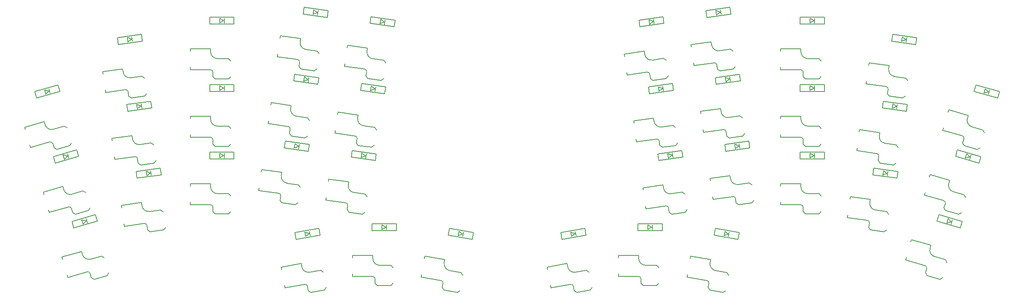
<source format=gbr>
G04 #@! TF.GenerationSoftware,KiCad,Pcbnew,(5.1.9)-1*
G04 #@! TF.CreationDate,2021-03-06T17:20:58-05:00*
G04 #@! TF.ProjectId,ya36,79613336-2e6b-4696-9361-645f70636258,rev?*
G04 #@! TF.SameCoordinates,Original*
G04 #@! TF.FileFunction,Legend,Bot*
G04 #@! TF.FilePolarity,Positive*
%FSLAX46Y46*%
G04 Gerber Fmt 4.6, Leading zero omitted, Abs format (unit mm)*
G04 Created by KiCad (PCBNEW (5.1.9)-1) date 2021-03-06 17:20:58*
%MOMM*%
%LPD*%
G01*
G04 APERTURE LIST*
%ADD10C,0.150000*%
G04 APERTURE END LIST*
D10*
X80000000Y-92000000D02*
X80000000Y-92500000D01*
X84500000Y-92000000D02*
X80000000Y-92000000D01*
X84500000Y-92700000D02*
X84500000Y-92000000D01*
X88500000Y-98700000D02*
X85500000Y-98700000D01*
X89000000Y-98200000D02*
X88500000Y-98700000D01*
X89000000Y-94700000D02*
X88500000Y-94200000D01*
X80000000Y-96700000D02*
X84500000Y-96700000D01*
X85000000Y-97200000D02*
X85000000Y-98200000D01*
X85500000Y-98700000D02*
X85000000Y-98200000D01*
X88500000Y-94200000D02*
X86000000Y-94200000D01*
X80000000Y-96100000D02*
X80000000Y-96700000D01*
X86000000Y-94200000D02*
G75*
G02*
X84500000Y-92700000I0J1500000D01*
G01*
X84500000Y-96700000D02*
G75*
G02*
X85000000Y-97200000I0J-500000D01*
G01*
X64690768Y-96813635D02*
X64760355Y-97308769D01*
X69146974Y-96187356D02*
X64690768Y-96813635D01*
X69244396Y-96880544D02*
X69146974Y-96187356D01*
X74040507Y-102265460D02*
X71069702Y-102682979D01*
X74466054Y-101700739D02*
X74040507Y-102265460D01*
X73978948Y-98234801D02*
X73414228Y-97809253D01*
X65344882Y-101467895D02*
X69801088Y-100841616D01*
X70365809Y-101267163D02*
X70504982Y-102257431D01*
X71069702Y-102682979D02*
X70504982Y-102257431D01*
X73414228Y-97809253D02*
X70938557Y-98157186D01*
X65261378Y-100873734D02*
X65344882Y-101467895D01*
X70938558Y-98157186D02*
G75*
G02*
X69244396Y-96880544I-208760J1485402D01*
G01*
X69801088Y-100841616D02*
G75*
G02*
X70365809Y-101267163I69587J-495134D01*
G01*
X257367949Y-71172268D02*
X257092311Y-72133530D01*
X257134004Y-71625335D02*
X256406687Y-70896630D01*
X256131049Y-71857892D02*
X257134004Y-71625335D01*
X256406687Y-70896630D02*
X256131049Y-71857892D01*
X254360820Y-70049913D02*
X253947364Y-71491805D01*
X259551634Y-71538355D02*
X259138178Y-72980247D01*
X254360820Y-70049913D02*
X259551634Y-71538355D01*
X259138178Y-72980247D02*
X253947364Y-71491805D01*
X56862433Y-99734481D02*
X57138071Y-100695743D01*
X56904126Y-100242676D02*
X55901171Y-100010119D01*
X56176809Y-100971381D02*
X56904126Y-100242676D01*
X55901171Y-100010119D02*
X56176809Y-100971381D01*
X53717486Y-100376206D02*
X54130942Y-101818098D01*
X58908300Y-98887764D02*
X59321756Y-100329656D01*
X53717486Y-100376206D02*
X58908300Y-98887764D01*
X59321756Y-100329656D02*
X54130942Y-101818098D01*
X95830173Y-88865211D02*
X95760586Y-89360345D01*
X100286379Y-89491490D02*
X95830173Y-88865211D01*
X100188958Y-90184678D02*
X100286379Y-89491490D01*
X103314992Y-96682979D02*
X100344187Y-96265460D01*
X103879712Y-96257431D02*
X103314992Y-96682979D01*
X104366818Y-92791493D02*
X103941271Y-92226773D01*
X95176059Y-93519471D02*
X99632266Y-94145750D01*
X100057813Y-94710471D02*
X99918640Y-95700739D01*
X100344187Y-96265460D02*
X99918640Y-95700739D01*
X103941271Y-92226773D02*
X101465600Y-91878840D01*
X95259563Y-92925310D02*
X95176059Y-93519471D01*
X101465600Y-91878840D02*
G75*
G02*
X100188958Y-90184678I208760J1485402D01*
G01*
X99632266Y-94145750D02*
G75*
G02*
X100057813Y-94710471I-69587J-495134D01*
G01*
X199706069Y-68231506D02*
X199845243Y-69221774D01*
X199676629Y-68740558D02*
X198715801Y-68370680D01*
X198854975Y-69360948D02*
X199676629Y-68740558D01*
X198715801Y-68370680D02*
X198854975Y-69360948D01*
X196502418Y-68429293D02*
X196711178Y-69914695D01*
X201849866Y-67677759D02*
X202058626Y-69163161D01*
X196502418Y-68429293D02*
X201849866Y-67677759D01*
X202058626Y-69163161D02*
X196711178Y-69914695D01*
X48593312Y-70896630D02*
X48868950Y-71857892D01*
X48635005Y-71404825D02*
X47632050Y-71172268D01*
X47907688Y-72133530D02*
X48635005Y-71404825D01*
X47632050Y-71172268D02*
X47907688Y-72133530D01*
X45448365Y-71538355D02*
X45861821Y-72980247D01*
X50639179Y-70049913D02*
X51052635Y-71491805D01*
X45448365Y-71538355D02*
X50639179Y-70049913D01*
X51052635Y-71491805D02*
X45861821Y-72980247D01*
X67003166Y-59377484D02*
X67142340Y-60367752D01*
X66973726Y-59886536D02*
X66012898Y-59516658D01*
X66152072Y-60506926D02*
X66973726Y-59886536D01*
X66012898Y-59516658D02*
X66152072Y-60506926D01*
X63799515Y-59575271D02*
X64008275Y-61060673D01*
X69146963Y-58823737D02*
X69355723Y-60309139D01*
X63799515Y-59575271D02*
X69146963Y-58823737D01*
X69355723Y-60309139D02*
X64008275Y-61060673D01*
X87500000Y-55250000D02*
X87500000Y-56250000D01*
X87400000Y-55750000D02*
X86500000Y-55250000D01*
X86500000Y-56250000D02*
X87400000Y-55750000D01*
X86500000Y-55250000D02*
X86500000Y-56250000D01*
X84300000Y-55000000D02*
X84300000Y-56500000D01*
X89700000Y-55000000D02*
X89700000Y-56500000D01*
X84300000Y-55000000D02*
X89700000Y-55000000D01*
X89700000Y-56500000D02*
X84300000Y-56500000D01*
X108371795Y-53516658D02*
X108232621Y-54506926D01*
X108203181Y-53997874D02*
X107381527Y-53377484D01*
X107242353Y-54367752D02*
X108203181Y-53997874D01*
X107381527Y-53377484D02*
X107242353Y-54367752D01*
X105237730Y-52823737D02*
X105028970Y-54309139D01*
X110585178Y-53575271D02*
X110376418Y-55060673D01*
X105237730Y-52823737D02*
X110585178Y-53575271D01*
X110376418Y-55060673D02*
X105028970Y-54309139D01*
X123225816Y-55604255D02*
X123086642Y-56594523D01*
X123057202Y-56085471D02*
X122235548Y-55465081D01*
X122096374Y-56455349D02*
X123057202Y-56085471D01*
X122235548Y-55465081D02*
X122096374Y-56455349D01*
X120091751Y-54911334D02*
X119882991Y-56396736D01*
X125439199Y-55662868D02*
X125230439Y-57148270D01*
X120091751Y-54911334D02*
X125439199Y-55662868D01*
X125230439Y-57148270D02*
X119882991Y-56396736D01*
X52727873Y-85315555D02*
X53003511Y-86276817D01*
X52769566Y-85823750D02*
X51766611Y-85591193D01*
X52042249Y-86552455D02*
X52769566Y-85823750D01*
X51766611Y-85591193D02*
X52042249Y-86552455D01*
X49582926Y-85957280D02*
X49996382Y-87399172D01*
X54773740Y-84468838D02*
X55187196Y-85910730D01*
X49582926Y-85957280D02*
X54773740Y-84468838D01*
X55187196Y-85910730D02*
X49996382Y-87399172D01*
X69090762Y-74231504D02*
X69229936Y-75221772D01*
X69061322Y-74740556D02*
X68100494Y-74370678D01*
X68239668Y-75360946D02*
X69061322Y-74740556D01*
X68100494Y-74370678D02*
X68239668Y-75360946D01*
X65887111Y-74429291D02*
X66095871Y-75914693D01*
X71234559Y-73677757D02*
X71443319Y-75163159D01*
X65887111Y-74429291D02*
X71234559Y-73677757D01*
X71443319Y-75163159D02*
X66095871Y-75914693D01*
X87500000Y-70250000D02*
X87500000Y-71250000D01*
X87400000Y-70750000D02*
X86500000Y-70250000D01*
X86500000Y-71250000D02*
X87400000Y-70750000D01*
X86500000Y-70250000D02*
X86500000Y-71250000D01*
X84300000Y-70000000D02*
X84300000Y-71500000D01*
X89700000Y-70000000D02*
X89700000Y-71500000D01*
X84300000Y-70000000D02*
X89700000Y-70000000D01*
X89700000Y-71500000D02*
X84300000Y-71500000D01*
X106284199Y-68370680D02*
X106145025Y-69360948D01*
X106115585Y-68851896D02*
X105293931Y-68231506D01*
X105154757Y-69221774D02*
X106115585Y-68851896D01*
X105293931Y-68231506D02*
X105154757Y-69221774D01*
X103150134Y-67677759D02*
X102941374Y-69163161D01*
X108497582Y-68429293D02*
X108288822Y-69914695D01*
X103150134Y-67677759D02*
X108497582Y-68429293D01*
X108288822Y-69914695D02*
X102941374Y-69163161D01*
X121138220Y-70458275D02*
X120999046Y-71448543D01*
X120969606Y-70939491D02*
X120147952Y-70319101D01*
X120008778Y-71309369D02*
X120969606Y-70939491D01*
X120147952Y-70319101D02*
X120008778Y-71309369D01*
X118004155Y-69765354D02*
X117795395Y-71250756D01*
X123351603Y-70516888D02*
X123142843Y-72002290D01*
X118004155Y-69765354D02*
X123351603Y-70516888D01*
X123142843Y-72002290D02*
X117795395Y-71250756D01*
X71178359Y-89085526D02*
X71317533Y-90075794D01*
X71148919Y-89594578D02*
X70188091Y-89224700D01*
X70327265Y-90214968D02*
X71148919Y-89594578D01*
X70188091Y-89224700D02*
X70327265Y-90214968D01*
X67974708Y-89283313D02*
X68183468Y-90768715D01*
X73322156Y-88531779D02*
X73530916Y-90017181D01*
X67974708Y-89283313D02*
X73322156Y-88531779D01*
X73530916Y-90017181D02*
X68183468Y-90768715D01*
X87500000Y-85250000D02*
X87500000Y-86250000D01*
X87400000Y-85750000D02*
X86500000Y-85250000D01*
X86500000Y-86250000D02*
X87400000Y-85750000D01*
X86500000Y-85250000D02*
X86500000Y-86250000D01*
X84300000Y-85000000D02*
X84300000Y-86500000D01*
X89700000Y-85000000D02*
X89700000Y-86500000D01*
X84300000Y-85000000D02*
X89700000Y-85000000D01*
X89700000Y-86500000D02*
X84300000Y-86500000D01*
X104196602Y-83224700D02*
X104057428Y-84214968D01*
X104027988Y-83705916D02*
X103206334Y-83085526D01*
X103067160Y-84075794D02*
X104027988Y-83705916D01*
X103206334Y-83085526D02*
X103067160Y-84075794D01*
X101062537Y-82531779D02*
X100853777Y-84017181D01*
X106409985Y-83283313D02*
X106201225Y-84768715D01*
X101062537Y-82531779D02*
X106409985Y-83283313D01*
X106201225Y-84768715D02*
X100853777Y-84017181D01*
X119050623Y-85312296D02*
X118911449Y-86302564D01*
X118882009Y-85793512D02*
X118060355Y-85173122D01*
X117921181Y-86163390D02*
X118882009Y-85793512D01*
X118060355Y-85173122D02*
X117921181Y-86163390D01*
X115916558Y-84619375D02*
X115707798Y-86104777D01*
X121264006Y-85370909D02*
X121055246Y-86856311D01*
X115916558Y-84619375D02*
X121264006Y-85370909D01*
X121055246Y-86856311D02*
X115707798Y-86104777D01*
X106392332Y-102571664D02*
X106565980Y-103556472D01*
X106380675Y-103081433D02*
X105407524Y-102745312D01*
X105581172Y-103730120D02*
X106380675Y-103081433D01*
X105407524Y-102745312D02*
X105581172Y-103730120D01*
X103197535Y-102881136D02*
X103458007Y-104358348D01*
X108515497Y-101943436D02*
X108775969Y-103420648D01*
X103197535Y-102881136D02*
X108515497Y-101943436D01*
X108775969Y-103420648D02*
X103458007Y-104358348D01*
X123500000Y-101162426D02*
X123500000Y-102162426D01*
X123400000Y-101662426D02*
X122500000Y-101162426D01*
X122500000Y-102162426D02*
X123400000Y-101662426D01*
X122500000Y-101162426D02*
X122500000Y-102162426D01*
X120300000Y-100912426D02*
X120300000Y-102412426D01*
X125700000Y-100912426D02*
X125700000Y-102412426D01*
X120300000Y-100912426D02*
X125700000Y-100912426D01*
X125700000Y-102412426D02*
X120300000Y-102412426D01*
X140592476Y-102745312D02*
X140418828Y-103730120D01*
X140407171Y-103220351D02*
X139607668Y-102571664D01*
X139434020Y-103556472D02*
X140407171Y-103220351D01*
X139607668Y-102571664D02*
X139434020Y-103556472D01*
X137484503Y-101943436D02*
X137224031Y-103420648D01*
X142802465Y-102881136D02*
X142541993Y-104358348D01*
X137484503Y-101943436D02*
X142802465Y-102881136D01*
X142541993Y-104358348D02*
X137224031Y-103420648D01*
X238987101Y-59516658D02*
X238847927Y-60506926D01*
X238818487Y-59997874D02*
X237996833Y-59377484D01*
X237857659Y-60367752D02*
X238818487Y-59997874D01*
X237996833Y-59377484D02*
X237857659Y-60367752D01*
X235853036Y-58823737D02*
X235644276Y-60309139D01*
X241200484Y-59575271D02*
X240991724Y-61060673D01*
X235853036Y-58823737D02*
X241200484Y-59575271D01*
X240991724Y-61060673D02*
X235644276Y-60309139D01*
X218500000Y-55250000D02*
X218500000Y-56250000D01*
X218400000Y-55750000D02*
X217500000Y-55250000D01*
X217500000Y-56250000D02*
X218400000Y-55750000D01*
X217500000Y-55250000D02*
X217500000Y-56250000D01*
X215300000Y-55000000D02*
X215300000Y-56500000D01*
X220700000Y-55000000D02*
X220700000Y-56500000D01*
X215300000Y-55000000D02*
X220700000Y-55000000D01*
X220700000Y-56500000D02*
X215300000Y-56500000D01*
X197618473Y-53377484D02*
X197757647Y-54367752D01*
X197589033Y-53886536D02*
X196628205Y-53516658D01*
X196767379Y-54506926D02*
X197589033Y-53886536D01*
X196628205Y-53516658D02*
X196767379Y-54506926D01*
X194414822Y-53575271D02*
X194623582Y-55060673D01*
X199762270Y-52823737D02*
X199971030Y-54309139D01*
X194414822Y-53575271D02*
X199762270Y-52823737D01*
X199971030Y-54309139D02*
X194623582Y-55060673D01*
X182764452Y-55465081D02*
X182903626Y-56455349D01*
X182735012Y-55974133D02*
X181774184Y-55604255D01*
X181913358Y-56594523D02*
X182735012Y-55974133D01*
X181774184Y-55604255D02*
X181913358Y-56594523D01*
X179560801Y-55662868D02*
X179769561Y-57148270D01*
X184908249Y-54911334D02*
X185117009Y-56396736D01*
X179560801Y-55662868D02*
X184908249Y-54911334D01*
X185117009Y-56396736D02*
X179769561Y-57148270D01*
X253233388Y-85591193D02*
X252957750Y-86552455D01*
X252999443Y-86044260D02*
X252272126Y-85315555D01*
X251996488Y-86276817D02*
X252999443Y-86044260D01*
X252272126Y-85315555D02*
X251996488Y-86276817D01*
X250226259Y-84468838D02*
X249812803Y-85910730D01*
X255417073Y-85957280D02*
X255003617Y-87399172D01*
X250226259Y-84468838D02*
X255417073Y-85957280D01*
X255003617Y-87399172D02*
X249812803Y-85910730D01*
X236899505Y-74370678D02*
X236760331Y-75360946D01*
X236730891Y-74851894D02*
X235909237Y-74231504D01*
X235770063Y-75221772D02*
X236730891Y-74851894D01*
X235909237Y-74231504D02*
X235770063Y-75221772D01*
X233765440Y-73677757D02*
X233556680Y-75163159D01*
X239112888Y-74429291D02*
X238904128Y-75914693D01*
X233765440Y-73677757D02*
X239112888Y-74429291D01*
X238904128Y-75914693D02*
X233556680Y-75163159D01*
X218500000Y-70250000D02*
X218500000Y-71250000D01*
X218400000Y-70750000D02*
X217500000Y-70250000D01*
X217500000Y-71250000D02*
X218400000Y-70750000D01*
X217500000Y-70250000D02*
X217500000Y-71250000D01*
X215300000Y-70000000D02*
X215300000Y-71500000D01*
X220700000Y-70000000D02*
X220700000Y-71500000D01*
X215300000Y-70000000D02*
X220700000Y-70000000D01*
X220700000Y-71500000D02*
X215300000Y-71500000D01*
X184852048Y-70319101D02*
X184991222Y-71309369D01*
X184822608Y-70828153D02*
X183861780Y-70458275D01*
X184000954Y-71448543D02*
X184822608Y-70828153D01*
X183861780Y-70458275D02*
X184000954Y-71448543D01*
X181648397Y-70516888D02*
X181857157Y-72002290D01*
X186995845Y-69765354D02*
X187204605Y-71250756D01*
X181648397Y-70516888D02*
X186995845Y-69765354D01*
X187204605Y-71250756D02*
X181857157Y-72002290D01*
X249098828Y-100010119D02*
X248823190Y-100971381D01*
X248864883Y-100463186D02*
X248137566Y-99734481D01*
X247861928Y-100695743D02*
X248864883Y-100463186D01*
X248137566Y-99734481D02*
X247861928Y-100695743D01*
X246091699Y-98887764D02*
X245678243Y-100329656D01*
X251282513Y-100376206D02*
X250869057Y-101818098D01*
X246091699Y-98887764D02*
X251282513Y-100376206D01*
X250869057Y-101818098D02*
X245678243Y-100329656D01*
X234811908Y-89224700D02*
X234672734Y-90214968D01*
X234643294Y-89705916D02*
X233821640Y-89085526D01*
X233682466Y-90075794D02*
X234643294Y-89705916D01*
X233821640Y-89085526D02*
X233682466Y-90075794D01*
X231677843Y-88531779D02*
X231469083Y-90017181D01*
X237025291Y-89283313D02*
X236816531Y-90768715D01*
X231677843Y-88531779D02*
X237025291Y-89283313D01*
X236816531Y-90768715D02*
X231469083Y-90017181D01*
X218500000Y-85250000D02*
X218500000Y-86250000D01*
X218400000Y-85750000D02*
X217500000Y-85250000D01*
X217500000Y-86250000D02*
X218400000Y-85750000D01*
X217500000Y-85250000D02*
X217500000Y-86250000D01*
X215300000Y-85000000D02*
X215300000Y-86500000D01*
X220700000Y-85000000D02*
X220700000Y-86500000D01*
X215300000Y-85000000D02*
X220700000Y-85000000D01*
X220700000Y-86500000D02*
X215300000Y-86500000D01*
X201793666Y-83085526D02*
X201932840Y-84075794D01*
X201764226Y-83594578D02*
X200803398Y-83224700D01*
X200942572Y-84214968D02*
X201764226Y-83594578D01*
X200803398Y-83224700D02*
X200942572Y-84214968D01*
X198590015Y-83283313D02*
X198798775Y-84768715D01*
X203937463Y-82531779D02*
X204146223Y-84017181D01*
X198590015Y-83283313D02*
X203937463Y-82531779D01*
X204146223Y-84017181D02*
X198798775Y-84768715D01*
X186939645Y-85173122D02*
X187078819Y-86163390D01*
X186910205Y-85682174D02*
X185949377Y-85312296D01*
X186088551Y-86302564D02*
X186910205Y-85682174D01*
X185949377Y-85312296D02*
X186088551Y-86302564D01*
X183735994Y-85370909D02*
X183944754Y-86856311D01*
X189083442Y-84619375D02*
X189292202Y-86104777D01*
X183735994Y-85370909D02*
X189083442Y-84619375D01*
X189292202Y-86104777D02*
X183944754Y-86856311D01*
X199592476Y-102745312D02*
X199418828Y-103730120D01*
X199407171Y-103220351D02*
X198607668Y-102571664D01*
X198434020Y-103556472D02*
X199407171Y-103220351D01*
X198607668Y-102571664D02*
X198434020Y-103556472D01*
X196484503Y-101943436D02*
X196224031Y-103420648D01*
X201802465Y-102881136D02*
X201541993Y-104358348D01*
X196484503Y-101943436D02*
X201802465Y-102881136D01*
X201541993Y-104358348D02*
X196224031Y-103420648D01*
X182500000Y-101162426D02*
X182500000Y-102162426D01*
X182400000Y-101662426D02*
X181500000Y-101162426D01*
X181500000Y-102162426D02*
X182400000Y-101662426D01*
X181500000Y-101162426D02*
X181500000Y-102162426D01*
X179300000Y-100912426D02*
X179300000Y-102412426D01*
X184700000Y-100912426D02*
X184700000Y-102412426D01*
X179300000Y-100912426D02*
X184700000Y-100912426D01*
X184700000Y-102412426D02*
X179300000Y-102412426D01*
X165392332Y-102571664D02*
X165565980Y-103556472D01*
X165380675Y-103081433D02*
X164407524Y-102745312D01*
X164581172Y-103730120D02*
X165380675Y-103081433D01*
X164407524Y-102745312D02*
X164581172Y-103730120D01*
X162197535Y-102881136D02*
X162458007Y-104358348D01*
X167515497Y-101943436D02*
X167775969Y-103420648D01*
X162197535Y-102881136D02*
X167515497Y-101943436D01*
X167775969Y-103420648D02*
X162458007Y-104358348D01*
X43244402Y-79452428D02*
X43382221Y-79933059D01*
X47570080Y-78212060D02*
X43244402Y-79452428D01*
X47763026Y-78884943D02*
X47570080Y-78212060D01*
X53261897Y-83549964D02*
X50378112Y-84376876D01*
X53604709Y-82931514D02*
X53261897Y-83549964D01*
X52639978Y-79567098D02*
X52021529Y-79224286D01*
X44539898Y-83970358D02*
X48865575Y-82729990D01*
X49484025Y-83072802D02*
X49759662Y-84034064D01*
X50378112Y-84376876D02*
X49759662Y-84034064D01*
X52021529Y-79224286D02*
X49618375Y-79913380D01*
X44374515Y-83393601D02*
X44539898Y-83970358D01*
X49618374Y-79913379D02*
G75*
G02*
X47763026Y-78884943I-413456J1441892D01*
G01*
X48865575Y-82729990D02*
G75*
G02*
X49484025Y-83072802I137819J-480631D01*
G01*
X60515575Y-67105593D02*
X60585162Y-67600727D01*
X64971781Y-66479314D02*
X60515575Y-67105593D01*
X65069203Y-67172502D02*
X64971781Y-66479314D01*
X69865314Y-72557418D02*
X66894509Y-72974937D01*
X70290861Y-71992697D02*
X69865314Y-72557418D01*
X69803755Y-68526759D02*
X69239035Y-68101211D01*
X61169689Y-71759853D02*
X65625895Y-71133574D01*
X66190616Y-71559121D02*
X66329789Y-72549389D01*
X66894509Y-72974937D02*
X66329789Y-72549389D01*
X69239035Y-68101211D02*
X66763364Y-68449144D01*
X61086185Y-71165692D02*
X61169689Y-71759853D01*
X66763365Y-68449144D02*
G75*
G02*
X65069203Y-67172502I-208760J1485402D01*
G01*
X65625895Y-71133574D02*
G75*
G02*
X66190616Y-71559121I69587J-495134D01*
G01*
X80000000Y-62000000D02*
X80000000Y-62500000D01*
X84500000Y-62000000D02*
X80000000Y-62000000D01*
X84500000Y-62700000D02*
X84500000Y-62000000D01*
X88500000Y-68700000D02*
X85500000Y-68700000D01*
X89000000Y-68200000D02*
X88500000Y-68700000D01*
X89000000Y-64700000D02*
X88500000Y-64200000D01*
X80000000Y-66700000D02*
X84500000Y-66700000D01*
X85000000Y-67200000D02*
X85000000Y-68200000D01*
X85500000Y-68700000D02*
X85000000Y-68200000D01*
X88500000Y-64200000D02*
X86000000Y-64200000D01*
X80000000Y-66100000D02*
X80000000Y-66700000D01*
X86000000Y-64200000D02*
G75*
G02*
X84500000Y-62700000I0J1500000D01*
G01*
X84500000Y-66700000D02*
G75*
G02*
X85000000Y-67200000I0J-500000D01*
G01*
X100005366Y-59157169D02*
X99935779Y-59652303D01*
X104461572Y-59783448D02*
X100005366Y-59157169D01*
X104364151Y-60476636D02*
X104461572Y-59783448D01*
X107490185Y-66974937D02*
X104519380Y-66557418D01*
X108054905Y-66549389D02*
X107490185Y-66974937D01*
X108542011Y-63083451D02*
X108116464Y-62518731D01*
X99351252Y-63811429D02*
X103807459Y-64437708D01*
X104233006Y-65002429D02*
X104093833Y-65992697D01*
X104519380Y-66557418D02*
X104093833Y-65992697D01*
X108116464Y-62518731D02*
X105640793Y-62170798D01*
X99434756Y-63217268D02*
X99351252Y-63811429D01*
X105640793Y-62170798D02*
G75*
G02*
X104364151Y-60476636I208760J1485402D01*
G01*
X103807459Y-64437708D02*
G75*
G02*
X104233006Y-65002429I-69587J-495134D01*
G01*
X114859387Y-61244766D02*
X114789800Y-61739900D01*
X119315593Y-61871045D02*
X114859387Y-61244766D01*
X119218172Y-62564233D02*
X119315593Y-61871045D01*
X122344206Y-69062534D02*
X119373401Y-68645015D01*
X122908926Y-68636986D02*
X122344206Y-69062534D01*
X123396032Y-65171048D02*
X122970485Y-64606328D01*
X114205273Y-65899026D02*
X118661480Y-66525305D01*
X119087027Y-67090026D02*
X118947854Y-68080294D01*
X119373401Y-68645015D02*
X118947854Y-68080294D01*
X122970485Y-64606328D02*
X120494814Y-64258395D01*
X114288777Y-65304865D02*
X114205273Y-65899026D01*
X120494814Y-64258395D02*
G75*
G02*
X119218172Y-62564233I208760J1485402D01*
G01*
X118661480Y-66525305D02*
G75*
G02*
X119087027Y-67090026I-69587J-495134D01*
G01*
X47378963Y-93871353D02*
X47516782Y-94351984D01*
X51704641Y-92630985D02*
X47378963Y-93871353D01*
X51897587Y-93303868D02*
X51704641Y-92630985D01*
X57396458Y-97968889D02*
X54512673Y-98795801D01*
X57739270Y-97350439D02*
X57396458Y-97968889D01*
X56774539Y-93986023D02*
X56156090Y-93643211D01*
X48674459Y-98389283D02*
X53000136Y-97148915D01*
X53618586Y-97491727D02*
X53894223Y-98452989D01*
X54512673Y-98795801D02*
X53894223Y-98452989D01*
X56156090Y-93643211D02*
X53752936Y-94332305D01*
X48509076Y-97812526D02*
X48674459Y-98389283D01*
X53752935Y-94332304D02*
G75*
G02*
X51897587Y-93303868I-413456J1441892D01*
G01*
X53000136Y-97148915D02*
G75*
G02*
X53618586Y-97491727I137819J-480631D01*
G01*
X62603171Y-81959613D02*
X62672758Y-82454747D01*
X67059377Y-81333334D02*
X62603171Y-81959613D01*
X67156799Y-82026522D02*
X67059377Y-81333334D01*
X71952910Y-87411438D02*
X68982105Y-87828957D01*
X72378457Y-86846717D02*
X71952910Y-87411438D01*
X71891351Y-83380779D02*
X71326631Y-82955231D01*
X63257285Y-86613873D02*
X67713491Y-85987594D01*
X68278212Y-86413141D02*
X68417385Y-87403409D01*
X68982105Y-87828957D02*
X68417385Y-87403409D01*
X71326631Y-82955231D02*
X68850960Y-83303164D01*
X63173781Y-86019712D02*
X63257285Y-86613873D01*
X68850961Y-83303164D02*
G75*
G02*
X67156799Y-82026522I-208760J1485402D01*
G01*
X67713491Y-85987594D02*
G75*
G02*
X68278212Y-86413141I69587J-495134D01*
G01*
X80000000Y-77000000D02*
X80000000Y-77500000D01*
X84500000Y-77000000D02*
X80000000Y-77000000D01*
X84500000Y-77700000D02*
X84500000Y-77000000D01*
X88500000Y-83700000D02*
X85500000Y-83700000D01*
X89000000Y-83200000D02*
X88500000Y-83700000D01*
X89000000Y-79700000D02*
X88500000Y-79200000D01*
X80000000Y-81700000D02*
X84500000Y-81700000D01*
X85000000Y-82200000D02*
X85000000Y-83200000D01*
X85500000Y-83700000D02*
X85000000Y-83200000D01*
X88500000Y-79200000D02*
X86000000Y-79200000D01*
X80000000Y-81100000D02*
X80000000Y-81700000D01*
X86000000Y-79200000D02*
G75*
G02*
X84500000Y-77700000I0J1500000D01*
G01*
X84500000Y-81700000D02*
G75*
G02*
X85000000Y-82200000I0J-500000D01*
G01*
X97917770Y-74011191D02*
X97848183Y-74506325D01*
X102373976Y-74637470D02*
X97917770Y-74011191D01*
X102276555Y-75330658D02*
X102373976Y-74637470D01*
X105402589Y-81828959D02*
X102431784Y-81411440D01*
X105967309Y-81403411D02*
X105402589Y-81828959D01*
X106454415Y-77937473D02*
X106028868Y-77372753D01*
X97263656Y-78665451D02*
X101719863Y-79291730D01*
X102145410Y-79856451D02*
X102006237Y-80846719D01*
X102431784Y-81411440D02*
X102006237Y-80846719D01*
X106028868Y-77372753D02*
X103553197Y-77024820D01*
X97347160Y-78071290D02*
X97263656Y-78665451D01*
X103553197Y-77024820D02*
G75*
G02*
X102276555Y-75330658I208760J1485402D01*
G01*
X101719863Y-79291730D02*
G75*
G02*
X102145410Y-79856451I-69587J-495134D01*
G01*
X112771791Y-76098786D02*
X112702204Y-76593920D01*
X117227997Y-76725065D02*
X112771791Y-76098786D01*
X117130576Y-77418253D02*
X117227997Y-76725065D01*
X120256610Y-83916554D02*
X117285805Y-83499035D01*
X120821330Y-83491006D02*
X120256610Y-83916554D01*
X121308436Y-80025068D02*
X120882889Y-79460348D01*
X112117677Y-80753046D02*
X116573884Y-81379325D01*
X116999431Y-81944046D02*
X116860258Y-82934314D01*
X117285805Y-83499035D02*
X116860258Y-82934314D01*
X120882889Y-79460348D02*
X118407218Y-79112415D01*
X112201181Y-80158885D02*
X112117677Y-80753046D01*
X118407218Y-79112415D02*
G75*
G02*
X117130576Y-77418253I208760J1485402D01*
G01*
X116573884Y-81379325D02*
G75*
G02*
X116999431Y-81944046I-69587J-495134D01*
G01*
X51513523Y-108290279D02*
X51651342Y-108770910D01*
X55839201Y-107049911D02*
X51513523Y-108290279D01*
X56032147Y-107722794D02*
X55839201Y-107049911D01*
X61531018Y-112387815D02*
X58647233Y-113214727D01*
X61873830Y-111769365D02*
X61531018Y-112387815D01*
X60909099Y-108404949D02*
X60290650Y-108062137D01*
X52809019Y-112808209D02*
X57134696Y-111567841D01*
X57753146Y-111910653D02*
X58028783Y-112871915D01*
X58647233Y-113214727D02*
X58028783Y-112871915D01*
X60290650Y-108062137D02*
X57887496Y-108751231D01*
X52643636Y-112231452D02*
X52809019Y-112808209D01*
X57887495Y-108751230D02*
G75*
G02*
X56032147Y-107722794I-413456J1441892D01*
G01*
X57134696Y-111567841D02*
G75*
G02*
X57753146Y-111910653I137819J-480631D01*
G01*
X110684194Y-90952807D02*
X110614607Y-91447941D01*
X115140400Y-91579086D02*
X110684194Y-90952807D01*
X115042979Y-92272274D02*
X115140400Y-91579086D01*
X118169013Y-98770575D02*
X115198208Y-98353056D01*
X118733733Y-98345027D02*
X118169013Y-98770575D01*
X119220839Y-94879089D02*
X118795292Y-94314369D01*
X110030080Y-95607067D02*
X114486287Y-96233346D01*
X114911834Y-96798067D02*
X114772661Y-97788335D01*
X115198208Y-98353056D02*
X114772661Y-97788335D01*
X118795292Y-94314369D02*
X116319621Y-93966436D01*
X110113584Y-95012906D02*
X110030080Y-95607067D01*
X116319621Y-93966436D02*
G75*
G02*
X115042979Y-92272274I208760J1485402D01*
G01*
X114486287Y-96233346D02*
G75*
G02*
X114911834Y-96798067I-69587J-495134D01*
G01*
X100178399Y-110521478D02*
X100265223Y-111013882D01*
X104610034Y-109740061D02*
X100178399Y-110521478D01*
X104731588Y-110429427D02*
X104610034Y-109740061D01*
X109712708Y-115643680D02*
X106758284Y-116164625D01*
X110118287Y-115064452D02*
X109712708Y-115643680D01*
X109510519Y-111617625D02*
X108931291Y-111212045D01*
X100994545Y-115150074D02*
X105426180Y-114368658D01*
X106005408Y-114774237D02*
X106179056Y-115759045D01*
X106758284Y-116164625D02*
X106179056Y-115759045D01*
X108931291Y-111212045D02*
X106469272Y-111646166D01*
X100890357Y-114559190D02*
X100994545Y-115150074D01*
X106469272Y-111646165D02*
G75*
G02*
X104731588Y-110429427I-260473J1477211D01*
G01*
X105426180Y-114368657D02*
G75*
G02*
X106005408Y-114774237I86824J-492404D01*
G01*
X116000000Y-107912426D02*
X116000000Y-108412426D01*
X120500000Y-107912426D02*
X116000000Y-107912426D01*
X120500000Y-108612426D02*
X120500000Y-107912426D01*
X124500000Y-114612426D02*
X121500000Y-114612426D01*
X125000000Y-114112426D02*
X124500000Y-114612426D01*
X125000000Y-110612426D02*
X124500000Y-110112426D01*
X116000000Y-112612426D02*
X120500000Y-112612426D01*
X121000000Y-113112426D02*
X121000000Y-114112426D01*
X121500000Y-114612426D02*
X121000000Y-114112426D01*
X124500000Y-110112426D02*
X122000000Y-110112426D01*
X116000000Y-112012426D02*
X116000000Y-112612426D01*
X122000000Y-110112426D02*
G75*
G02*
X120500000Y-108612426I0J1500000D01*
G01*
X120500000Y-112612426D02*
G75*
G02*
X121000000Y-113112426I0J-500000D01*
G01*
X132034293Y-108090403D02*
X131947469Y-108582807D01*
X136465928Y-108871820D02*
X132034293Y-108090403D01*
X136344375Y-109561186D02*
X136465928Y-108871820D01*
X139241717Y-116164625D02*
X136287293Y-115643680D01*
X139820945Y-115759045D02*
X139241717Y-116164625D01*
X140428713Y-112312218D02*
X140023133Y-111732990D01*
X131218147Y-112719000D02*
X135649782Y-113500417D01*
X136055362Y-114079645D02*
X135881714Y-115064452D01*
X136287293Y-115643680D02*
X135881714Y-115064452D01*
X140023133Y-111732990D02*
X137561114Y-111298870D01*
X131322336Y-112128115D02*
X131218147Y-112719000D01*
X137561114Y-111298869D02*
G75*
G02*
X136344375Y-109561186I260472J1477211D01*
G01*
X135649782Y-113500417D02*
G75*
G02*
X136055362Y-114079645I-86824J-492404D01*
G01*
X248297934Y-75593505D02*
X248160115Y-76074136D01*
X252623612Y-76833873D02*
X248297934Y-75593505D01*
X252430666Y-77506756D02*
X252623612Y-76833873D01*
X254621888Y-84376876D02*
X251738103Y-83549964D01*
X255240338Y-84034064D02*
X254621888Y-84376876D01*
X256205068Y-80669648D02*
X255862256Y-80051198D01*
X247002439Y-80111435D02*
X251328116Y-81351803D01*
X251670928Y-81970253D02*
X251395291Y-82931514D01*
X251738103Y-83549964D02*
X251395291Y-82931514D01*
X255862256Y-80051198D02*
X253459102Y-79362105D01*
X247167821Y-79534678D02*
X247002439Y-80111435D01*
X253459102Y-79362104D02*
G75*
G02*
X252430666Y-77506756I413456J1441892D01*
G01*
X251328116Y-81351803D02*
G75*
G02*
X251670928Y-81970253I-137819J-480631D01*
G01*
X230620672Y-65157169D02*
X230551085Y-65652303D01*
X235076878Y-65783448D02*
X230620672Y-65157169D01*
X234979457Y-66476636D02*
X235076878Y-65783448D01*
X238105491Y-72974937D02*
X235134686Y-72557418D01*
X238670211Y-72549389D02*
X238105491Y-72974937D01*
X239157317Y-69083451D02*
X238731770Y-68518731D01*
X229966558Y-69811429D02*
X234422765Y-70437708D01*
X234848312Y-71002429D02*
X234709139Y-71992697D01*
X235134686Y-72557418D02*
X234709139Y-71992697D01*
X238731770Y-68518731D02*
X236256099Y-68170798D01*
X230050062Y-69217268D02*
X229966558Y-69811429D01*
X236256099Y-68170798D02*
G75*
G02*
X234979457Y-66476636I208760J1485402D01*
G01*
X234422765Y-70437708D02*
G75*
G02*
X234848312Y-71002429I-69587J-495134D01*
G01*
X211000000Y-62000000D02*
X211000000Y-62500000D01*
X215500000Y-62000000D02*
X211000000Y-62000000D01*
X215500000Y-62700000D02*
X215500000Y-62000000D01*
X219500000Y-68700000D02*
X216500000Y-68700000D01*
X220000000Y-68200000D02*
X219500000Y-68700000D01*
X220000000Y-64700000D02*
X219500000Y-64200000D01*
X211000000Y-66700000D02*
X215500000Y-66700000D01*
X216000000Y-67200000D02*
X216000000Y-68200000D01*
X216500000Y-68700000D02*
X216000000Y-68200000D01*
X219500000Y-64200000D02*
X217000000Y-64200000D01*
X211000000Y-66100000D02*
X211000000Y-66700000D01*
X217000000Y-64200000D02*
G75*
G02*
X215500000Y-62700000I0J1500000D01*
G01*
X215500000Y-66700000D02*
G75*
G02*
X216000000Y-67200000I0J-500000D01*
G01*
X191130882Y-61105593D02*
X191200469Y-61600727D01*
X195587088Y-60479314D02*
X191130882Y-61105593D01*
X195684510Y-61172502D02*
X195587088Y-60479314D01*
X200480621Y-66557418D02*
X197509816Y-66974937D01*
X200906168Y-65992697D02*
X200480621Y-66557418D01*
X200419062Y-62526759D02*
X199854342Y-62101211D01*
X191784996Y-65759853D02*
X196241202Y-65133574D01*
X196805923Y-65559121D02*
X196945096Y-66549389D01*
X197509816Y-66974937D02*
X196945096Y-66549389D01*
X199854342Y-62101211D02*
X197378671Y-62449144D01*
X191701492Y-65165692D02*
X191784996Y-65759853D01*
X197378672Y-62449144D02*
G75*
G02*
X195684510Y-61172502I-208760J1485402D01*
G01*
X196241202Y-65133574D02*
G75*
G02*
X196805923Y-65559121I69587J-495134D01*
G01*
X176276861Y-63193190D02*
X176346448Y-63688324D01*
X180733067Y-62566911D02*
X176276861Y-63193190D01*
X180830489Y-63260099D02*
X180733067Y-62566911D01*
X185626600Y-68645015D02*
X182655795Y-69062534D01*
X186052147Y-68080294D02*
X185626600Y-68645015D01*
X185565041Y-64614356D02*
X185000321Y-64188808D01*
X176930975Y-67847450D02*
X181387181Y-67221171D01*
X181951902Y-67646718D02*
X182091075Y-68636986D01*
X182655795Y-69062534D02*
X182091075Y-68636986D01*
X185000321Y-64188808D02*
X182524650Y-64536741D01*
X176847471Y-67253289D02*
X176930975Y-67847450D01*
X182524651Y-64536741D02*
G75*
G02*
X180830489Y-63260099I-208760J1485402D01*
G01*
X181387181Y-67221171D02*
G75*
G02*
X181951902Y-67646718I69587J-495134D01*
G01*
X244163373Y-90012430D02*
X244025554Y-90493061D01*
X248489051Y-91252798D02*
X244163373Y-90012430D01*
X248296105Y-91925681D02*
X248489051Y-91252798D01*
X250487327Y-98795801D02*
X247603542Y-97968889D01*
X251105777Y-98452989D02*
X250487327Y-98795801D01*
X252070507Y-95088573D02*
X251727695Y-94470123D01*
X242867878Y-94530360D02*
X247193555Y-95770728D01*
X247536367Y-96389178D02*
X247260730Y-97350439D01*
X247603542Y-97968889D02*
X247260730Y-97350439D01*
X251727695Y-94470123D02*
X249324541Y-93781030D01*
X243033260Y-93953603D02*
X242867878Y-94530360D01*
X249324541Y-93781029D02*
G75*
G02*
X248296105Y-91925681I413456J1441892D01*
G01*
X247193555Y-95770728D02*
G75*
G02*
X247536367Y-96389178I-137819J-480631D01*
G01*
X228533076Y-80011189D02*
X228463489Y-80506323D01*
X232989282Y-80637468D02*
X228533076Y-80011189D01*
X232891861Y-81330656D02*
X232989282Y-80637468D01*
X236017895Y-87828957D02*
X233047090Y-87411438D01*
X236582615Y-87403409D02*
X236017895Y-87828957D01*
X237069721Y-83937471D02*
X236644174Y-83372751D01*
X227878962Y-84665449D02*
X232335169Y-85291728D01*
X232760716Y-85856449D02*
X232621543Y-86846717D01*
X233047090Y-87411438D02*
X232621543Y-86846717D01*
X236644174Y-83372751D02*
X234168503Y-83024818D01*
X227962466Y-84071288D02*
X227878962Y-84665449D01*
X234168503Y-83024818D02*
G75*
G02*
X232891861Y-81330656I208760J1485402D01*
G01*
X232335169Y-85291728D02*
G75*
G02*
X232760716Y-85856449I-69587J-495134D01*
G01*
X211000000Y-77000000D02*
X211000000Y-77500000D01*
X215500000Y-77000000D02*
X211000000Y-77000000D01*
X215500000Y-77700000D02*
X215500000Y-77000000D01*
X219500000Y-83700000D02*
X216500000Y-83700000D01*
X220000000Y-83200000D02*
X219500000Y-83700000D01*
X220000000Y-79700000D02*
X219500000Y-79200000D01*
X211000000Y-81700000D02*
X215500000Y-81700000D01*
X216000000Y-82200000D02*
X216000000Y-83200000D01*
X216500000Y-83700000D02*
X216000000Y-83200000D01*
X219500000Y-79200000D02*
X217000000Y-79200000D01*
X211000000Y-81100000D02*
X211000000Y-81700000D01*
X217000000Y-79200000D02*
G75*
G02*
X215500000Y-77700000I0J1500000D01*
G01*
X215500000Y-81700000D02*
G75*
G02*
X216000000Y-82200000I0J-500000D01*
G01*
X193218478Y-75959615D02*
X193288065Y-76454749D01*
X197674684Y-75333336D02*
X193218478Y-75959615D01*
X197772106Y-76026524D02*
X197674684Y-75333336D01*
X202568217Y-81411440D02*
X199597412Y-81828959D01*
X202993764Y-80846719D02*
X202568217Y-81411440D01*
X202506658Y-77380781D02*
X201941938Y-76955233D01*
X193872592Y-80613875D02*
X198328798Y-79987596D01*
X198893519Y-80413143D02*
X199032692Y-81403411D01*
X199597412Y-81828959D02*
X199032692Y-81403411D01*
X201941938Y-76955233D02*
X199466267Y-77303166D01*
X193789088Y-80019714D02*
X193872592Y-80613875D01*
X199466268Y-77303166D02*
G75*
G02*
X197772106Y-76026524I-208760J1485402D01*
G01*
X198328798Y-79987596D02*
G75*
G02*
X198893519Y-80413143I69587J-495134D01*
G01*
X178364457Y-78047210D02*
X178434044Y-78542344D01*
X182820663Y-77420931D02*
X178364457Y-78047210D01*
X182918085Y-78114119D02*
X182820663Y-77420931D01*
X187714196Y-83499035D02*
X184743391Y-83916554D01*
X188139743Y-82934314D02*
X187714196Y-83499035D01*
X187652637Y-79468376D02*
X187087917Y-79042828D01*
X179018571Y-82701470D02*
X183474777Y-82075191D01*
X184039498Y-82500738D02*
X184178671Y-83491006D01*
X184743391Y-83916554D02*
X184178671Y-83491006D01*
X187087917Y-79042828D02*
X184612246Y-79390761D01*
X178935067Y-82107309D02*
X179018571Y-82701470D01*
X184612247Y-79390761D02*
G75*
G02*
X182918085Y-78114119I-208760J1485402D01*
G01*
X183474777Y-82075191D02*
G75*
G02*
X184039498Y-82500738I69587J-495134D01*
G01*
X240028813Y-104431356D02*
X239890994Y-104911987D01*
X244354491Y-105671724D02*
X240028813Y-104431356D01*
X244161545Y-106344607D02*
X244354491Y-105671724D01*
X246352767Y-113214727D02*
X243468982Y-112387815D01*
X246971217Y-112871915D02*
X246352767Y-113214727D01*
X247935947Y-109507499D02*
X247593135Y-108889049D01*
X238733318Y-108949286D02*
X243058995Y-110189654D01*
X243401807Y-110808104D02*
X243126170Y-111769365D01*
X243468982Y-112387815D02*
X243126170Y-111769365D01*
X247593135Y-108889049D02*
X245189981Y-108199956D01*
X238898700Y-108372529D02*
X238733318Y-108949286D01*
X245189981Y-108199955D02*
G75*
G02*
X244161545Y-106344607I413456J1441892D01*
G01*
X243058995Y-110189654D02*
G75*
G02*
X243401807Y-110808104I-137819J-480631D01*
G01*
X226445479Y-94865211D02*
X226375892Y-95360345D01*
X230901685Y-95491490D02*
X226445479Y-94865211D01*
X230804264Y-96184678D02*
X230901685Y-95491490D01*
X233930298Y-102682979D02*
X230959493Y-102265460D01*
X234495018Y-102257431D02*
X233930298Y-102682979D01*
X234982124Y-98791493D02*
X234556577Y-98226773D01*
X225791365Y-99519471D02*
X230247572Y-100145750D01*
X230673119Y-100710471D02*
X230533946Y-101700739D01*
X230959493Y-102265460D02*
X230533946Y-101700739D01*
X234556577Y-98226773D02*
X232080906Y-97878840D01*
X225874869Y-98925310D02*
X225791365Y-99519471D01*
X232080906Y-97878840D02*
G75*
G02*
X230804264Y-96184678I208760J1485402D01*
G01*
X230247572Y-100145750D02*
G75*
G02*
X230673119Y-100710471I-69587J-495134D01*
G01*
X211000000Y-92000000D02*
X211000000Y-92500000D01*
X215500000Y-92000000D02*
X211000000Y-92000000D01*
X215500000Y-92700000D02*
X215500000Y-92000000D01*
X219500000Y-98700000D02*
X216500000Y-98700000D01*
X220000000Y-98200000D02*
X219500000Y-98700000D01*
X220000000Y-94700000D02*
X219500000Y-94200000D01*
X211000000Y-96700000D02*
X215500000Y-96700000D01*
X216000000Y-97200000D02*
X216000000Y-98200000D01*
X216500000Y-98700000D02*
X216000000Y-98200000D01*
X219500000Y-94200000D02*
X217000000Y-94200000D01*
X211000000Y-96100000D02*
X211000000Y-96700000D01*
X217000000Y-94200000D02*
G75*
G02*
X215500000Y-92700000I0J1500000D01*
G01*
X215500000Y-96700000D02*
G75*
G02*
X216000000Y-97200000I0J-500000D01*
G01*
X195306075Y-90813635D02*
X195375662Y-91308769D01*
X199762281Y-90187356D02*
X195306075Y-90813635D01*
X199859703Y-90880544D02*
X199762281Y-90187356D01*
X204655814Y-96265460D02*
X201685009Y-96682979D01*
X205081361Y-95700739D02*
X204655814Y-96265460D01*
X204594255Y-92234801D02*
X204029535Y-91809253D01*
X195960189Y-95467895D02*
X200416395Y-94841616D01*
X200981116Y-95267163D02*
X201120289Y-96257431D01*
X201685009Y-96682979D02*
X201120289Y-96257431D01*
X204029535Y-91809253D02*
X201553864Y-92157186D01*
X195876685Y-94873734D02*
X195960189Y-95467895D01*
X201553865Y-92157186D02*
G75*
G02*
X199859703Y-90880544I-208760J1485402D01*
G01*
X200416395Y-94841616D02*
G75*
G02*
X200981116Y-95267163I69587J-495134D01*
G01*
X180452054Y-92901231D02*
X180521641Y-93396365D01*
X184908260Y-92274952D02*
X180452054Y-92901231D01*
X185005682Y-92968140D02*
X184908260Y-92274952D01*
X189801793Y-98353056D02*
X186830988Y-98770575D01*
X190227340Y-97788335D02*
X189801793Y-98353056D01*
X189740234Y-94322397D02*
X189175514Y-93896849D01*
X181106168Y-97555491D02*
X185562374Y-96929212D01*
X186127095Y-97354759D02*
X186266268Y-98345027D01*
X186830988Y-98770575D02*
X186266268Y-98345027D01*
X189175514Y-93896849D02*
X186699843Y-94244782D01*
X181022664Y-96961330D02*
X181106168Y-97555491D01*
X186699844Y-94244782D02*
G75*
G02*
X185005682Y-92968140I-208760J1485402D01*
G01*
X185562374Y-96929212D02*
G75*
G02*
X186127095Y-97354759I69587J-495134D01*
G01*
X191034293Y-108090403D02*
X190947469Y-108582807D01*
X195465928Y-108871820D02*
X191034293Y-108090403D01*
X195344375Y-109561186D02*
X195465928Y-108871820D01*
X198241717Y-116164625D02*
X195287293Y-115643680D01*
X198820945Y-115759045D02*
X198241717Y-116164625D01*
X199428713Y-112312218D02*
X199023133Y-111732990D01*
X190218147Y-112719000D02*
X194649782Y-113500417D01*
X195055362Y-114079645D02*
X194881714Y-115064452D01*
X195287293Y-115643680D02*
X194881714Y-115064452D01*
X199023133Y-111732990D02*
X196561114Y-111298870D01*
X190322336Y-112128115D02*
X190218147Y-112719000D01*
X196561114Y-111298869D02*
G75*
G02*
X195344375Y-109561186I260472J1477211D01*
G01*
X194649782Y-113500417D02*
G75*
G02*
X195055362Y-114079645I-86824J-492404D01*
G01*
X175000000Y-107912426D02*
X175000000Y-108412426D01*
X179500000Y-107912426D02*
X175000000Y-107912426D01*
X179500000Y-108612426D02*
X179500000Y-107912426D01*
X183500000Y-114612426D02*
X180500000Y-114612426D01*
X184000000Y-114112426D02*
X183500000Y-114612426D01*
X184000000Y-110612426D02*
X183500000Y-110112426D01*
X175000000Y-112612426D02*
X179500000Y-112612426D01*
X180000000Y-113112426D02*
X180000000Y-114112426D01*
X180500000Y-114612426D02*
X180000000Y-114112426D01*
X183500000Y-110112426D02*
X181000000Y-110112426D01*
X175000000Y-112012426D02*
X175000000Y-112612426D01*
X181000000Y-110112426D02*
G75*
G02*
X179500000Y-108612426I0J1500000D01*
G01*
X179500000Y-112612426D02*
G75*
G02*
X180000000Y-113112426I0J-500000D01*
G01*
X159178399Y-110521478D02*
X159265223Y-111013882D01*
X163610034Y-109740061D02*
X159178399Y-110521478D01*
X163731588Y-110429427D02*
X163610034Y-109740061D01*
X168712708Y-115643680D02*
X165758284Y-116164625D01*
X169118287Y-115064452D02*
X168712708Y-115643680D01*
X168510519Y-111617625D02*
X167931291Y-111212045D01*
X159994545Y-115150074D02*
X164426180Y-114368658D01*
X165005408Y-114774237D02*
X165179056Y-115759045D01*
X165758284Y-116164625D02*
X165179056Y-115759045D01*
X167931291Y-111212045D02*
X165469272Y-111646166D01*
X159890357Y-114559190D02*
X159994545Y-115150074D01*
X165469272Y-111646165D02*
G75*
G02*
X163731588Y-110429427I-260473J1477211D01*
G01*
X164426180Y-114368657D02*
G75*
G02*
X165005408Y-114774237I86824J-492404D01*
G01*
M02*

</source>
